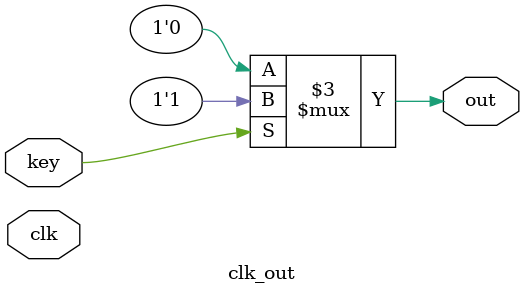
<source format=v>
`timescale 1ns / 1ps


module clk_out(
    input key,
    input clk,
    output reg out
    );
    always@(clk,key)
    if (key)out<=1'b1;
    else out<=1'b0;
endmodule

</source>
